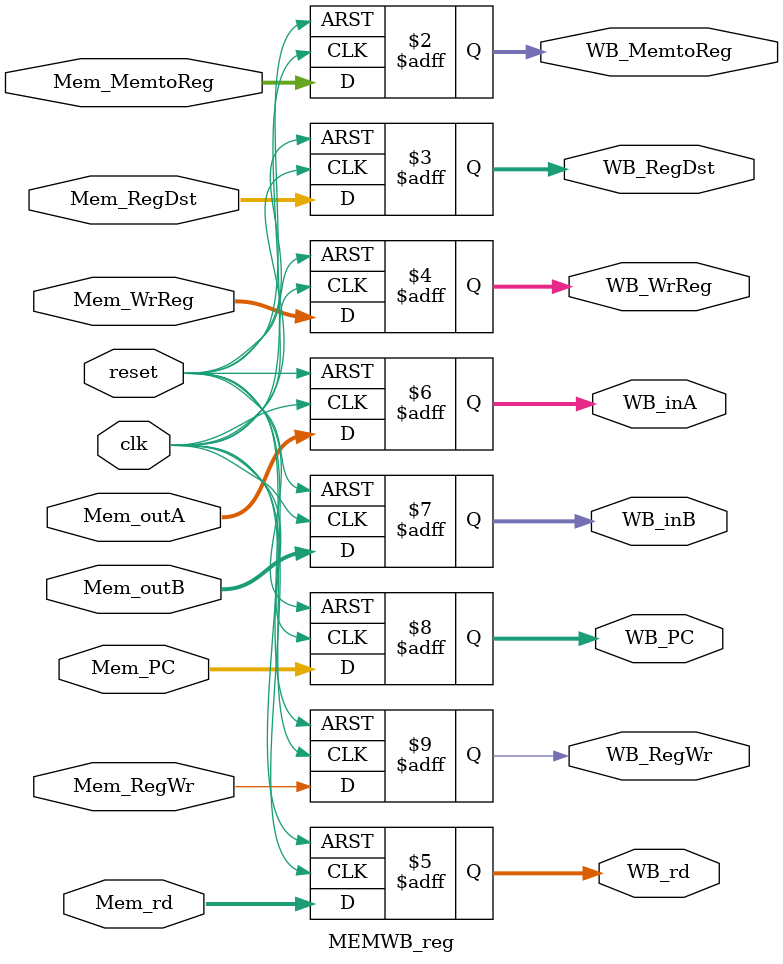
<source format=v>
module MEMWB_reg(clk,reset,
                 Mem_outB,WB_inB,
                 Mem_outA,WB_inA,
                 Mem_RegDst,WB_RegDst,
                 Mem_RegWr,WB_RegWr,
                 Mem_WrReg,WB_WrReg,
                 Mem_MemtoReg,WB_MemtoReg,
                 Mem_rd,WB_rd,
                 Mem_PC,WB_PC);
input clk,reset,Mem_RegWr;
input [31:0]Mem_outB,Mem_outA,Mem_PC;
input [1:0]Mem_MemtoReg,Mem_RegDst;
input [4:0]Mem_WrReg,Mem_rd;
output reg[1:0]WB_MemtoReg,WB_RegDst;
output reg[4:0]WB_WrReg,WB_rd;
output reg[31:0]WB_inA,WB_inB,WB_PC;
output reg WB_RegWr;
always@(posedge clk or posedge reset) begin
if(reset) begin
WB_inA=32'b0;
WB_inB=32'b0;
WB_RegWr=0;
WB_RegDst=0;
WB_MemtoReg=0;
WB_WrReg=0;
WB_PC=32'h80000000;
WB_rd=0;
end
else begin
WB_inA=Mem_outA;
WB_inB=Mem_outB;
WB_RegWr=Mem_RegWr;
WB_RegDst=Mem_RegDst;
WB_MemtoReg=Mem_MemtoReg;
WB_WrReg=Mem_WrReg;
WB_PC=Mem_PC;
WB_rd=Mem_rd;
end
end
endmodule

</source>
